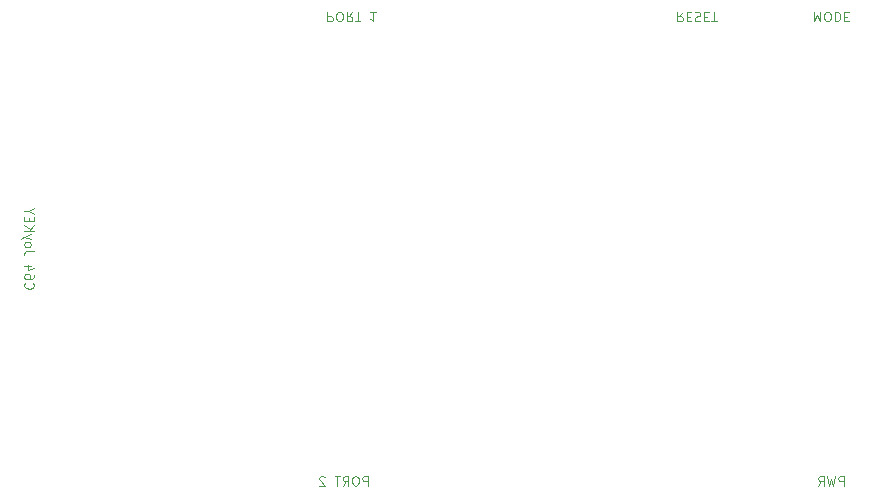
<source format=gbo>
%TF.GenerationSoftware,KiCad,Pcbnew,(5.1.8)-1*%
%TF.CreationDate,2021-02-05T23:43:27+01:00*%
%TF.ProjectId,C64 Joystick Adapter,43363420-4a6f-4797-9374-69636b204164,rev?*%
%TF.SameCoordinates,Original*%
%TF.FileFunction,Legend,Bot*%
%TF.FilePolarity,Positive*%
%FSLAX46Y46*%
G04 Gerber Fmt 4.6, Leading zero omitted, Abs format (unit mm)*
G04 Created by KiCad (PCBNEW (5.1.8)-1) date 2021-02-05 23:43:27*
%MOMM*%
%LPD*%
G01*
G04 APERTURE LIST*
%ADD10C,0.100000*%
G04 APERTURE END LIST*
D10*
X96234285Y-94970238D02*
X96196190Y-95008333D01*
X96158095Y-95122619D01*
X96158095Y-95198809D01*
X96196190Y-95313095D01*
X96272380Y-95389285D01*
X96348571Y-95427380D01*
X96500952Y-95465476D01*
X96615238Y-95465476D01*
X96767619Y-95427380D01*
X96843809Y-95389285D01*
X96920000Y-95313095D01*
X96958095Y-95198809D01*
X96958095Y-95122619D01*
X96920000Y-95008333D01*
X96881904Y-94970238D01*
X96958095Y-94284523D02*
X96958095Y-94436904D01*
X96920000Y-94513095D01*
X96881904Y-94551190D01*
X96767619Y-94627380D01*
X96615238Y-94665476D01*
X96310476Y-94665476D01*
X96234285Y-94627380D01*
X96196190Y-94589285D01*
X96158095Y-94513095D01*
X96158095Y-94360714D01*
X96196190Y-94284523D01*
X96234285Y-94246428D01*
X96310476Y-94208333D01*
X96500952Y-94208333D01*
X96577142Y-94246428D01*
X96615238Y-94284523D01*
X96653333Y-94360714D01*
X96653333Y-94513095D01*
X96615238Y-94589285D01*
X96577142Y-94627380D01*
X96500952Y-94665476D01*
X96691428Y-93522619D02*
X96158095Y-93522619D01*
X96996190Y-93713095D02*
X96424761Y-93903571D01*
X96424761Y-93408333D01*
X96958095Y-92265476D02*
X96386666Y-92265476D01*
X96272380Y-92303571D01*
X96196190Y-92379761D01*
X96158095Y-92494047D01*
X96158095Y-92570238D01*
X96158095Y-91770238D02*
X96196190Y-91846428D01*
X96234285Y-91884523D01*
X96310476Y-91922619D01*
X96539047Y-91922619D01*
X96615238Y-91884523D01*
X96653333Y-91846428D01*
X96691428Y-91770238D01*
X96691428Y-91655952D01*
X96653333Y-91579761D01*
X96615238Y-91541666D01*
X96539047Y-91503571D01*
X96310476Y-91503571D01*
X96234285Y-91541666D01*
X96196190Y-91579761D01*
X96158095Y-91655952D01*
X96158095Y-91770238D01*
X96691428Y-91236904D02*
X96158095Y-91046428D01*
X96691428Y-90855952D02*
X96158095Y-91046428D01*
X95967619Y-91122619D01*
X95929523Y-91160714D01*
X95891428Y-91236904D01*
X96158095Y-90551190D02*
X96958095Y-90551190D01*
X96158095Y-90094047D02*
X96615238Y-90436904D01*
X96958095Y-90094047D02*
X96500952Y-90551190D01*
X96577142Y-89751190D02*
X96577142Y-89484523D01*
X96158095Y-89370238D02*
X96158095Y-89751190D01*
X96958095Y-89751190D01*
X96958095Y-89370238D01*
X96539047Y-88875000D02*
X96158095Y-88875000D01*
X96958095Y-89141666D02*
X96539047Y-88875000D01*
X96958095Y-88608333D01*
X165531666Y-112121904D02*
X165531666Y-111321904D01*
X165226904Y-111321904D01*
X165150714Y-111360000D01*
X165112619Y-111398095D01*
X165074523Y-111474285D01*
X165074523Y-111588571D01*
X165112619Y-111664761D01*
X165150714Y-111702857D01*
X165226904Y-111740952D01*
X165531666Y-111740952D01*
X164807857Y-111321904D02*
X164617380Y-112121904D01*
X164465000Y-111550476D01*
X164312619Y-112121904D01*
X164122142Y-111321904D01*
X163360238Y-112121904D02*
X163626904Y-111740952D01*
X163817380Y-112121904D02*
X163817380Y-111321904D01*
X163512619Y-111321904D01*
X163436428Y-111360000D01*
X163398333Y-111398095D01*
X163360238Y-111474285D01*
X163360238Y-111588571D01*
X163398333Y-111664761D01*
X163436428Y-111702857D01*
X163512619Y-111740952D01*
X163817380Y-111740952D01*
X125209047Y-112121904D02*
X125209047Y-111321904D01*
X124904285Y-111321904D01*
X124828095Y-111360000D01*
X124790000Y-111398095D01*
X124751904Y-111474285D01*
X124751904Y-111588571D01*
X124790000Y-111664761D01*
X124828095Y-111702857D01*
X124904285Y-111740952D01*
X125209047Y-111740952D01*
X124256666Y-111321904D02*
X124104285Y-111321904D01*
X124028095Y-111360000D01*
X123951904Y-111436190D01*
X123913809Y-111588571D01*
X123913809Y-111855238D01*
X123951904Y-112007619D01*
X124028095Y-112083809D01*
X124104285Y-112121904D01*
X124256666Y-112121904D01*
X124332857Y-112083809D01*
X124409047Y-112007619D01*
X124447142Y-111855238D01*
X124447142Y-111588571D01*
X124409047Y-111436190D01*
X124332857Y-111360000D01*
X124256666Y-111321904D01*
X123113809Y-112121904D02*
X123380476Y-111740952D01*
X123570952Y-112121904D02*
X123570952Y-111321904D01*
X123266190Y-111321904D01*
X123190000Y-111360000D01*
X123151904Y-111398095D01*
X123113809Y-111474285D01*
X123113809Y-111588571D01*
X123151904Y-111664761D01*
X123190000Y-111702857D01*
X123266190Y-111740952D01*
X123570952Y-111740952D01*
X122885238Y-111321904D02*
X122428095Y-111321904D01*
X122656666Y-112121904D02*
X122656666Y-111321904D01*
X121590000Y-111398095D02*
X121551904Y-111360000D01*
X121475714Y-111321904D01*
X121285238Y-111321904D01*
X121209047Y-111360000D01*
X121170952Y-111398095D01*
X121132857Y-111474285D01*
X121132857Y-111550476D01*
X121170952Y-111664761D01*
X121628095Y-112121904D01*
X121132857Y-112121904D01*
X121805952Y-72028095D02*
X121805952Y-72828095D01*
X122110714Y-72828095D01*
X122186904Y-72790000D01*
X122225000Y-72751904D01*
X122263095Y-72675714D01*
X122263095Y-72561428D01*
X122225000Y-72485238D01*
X122186904Y-72447142D01*
X122110714Y-72409047D01*
X121805952Y-72409047D01*
X122758333Y-72828095D02*
X122910714Y-72828095D01*
X122986904Y-72790000D01*
X123063095Y-72713809D01*
X123101190Y-72561428D01*
X123101190Y-72294761D01*
X123063095Y-72142380D01*
X122986904Y-72066190D01*
X122910714Y-72028095D01*
X122758333Y-72028095D01*
X122682142Y-72066190D01*
X122605952Y-72142380D01*
X122567857Y-72294761D01*
X122567857Y-72561428D01*
X122605952Y-72713809D01*
X122682142Y-72790000D01*
X122758333Y-72828095D01*
X123901190Y-72028095D02*
X123634523Y-72409047D01*
X123444047Y-72028095D02*
X123444047Y-72828095D01*
X123748809Y-72828095D01*
X123825000Y-72790000D01*
X123863095Y-72751904D01*
X123901190Y-72675714D01*
X123901190Y-72561428D01*
X123863095Y-72485238D01*
X123825000Y-72447142D01*
X123748809Y-72409047D01*
X123444047Y-72409047D01*
X124129761Y-72828095D02*
X124586904Y-72828095D01*
X124358333Y-72028095D02*
X124358333Y-72828095D01*
X125882142Y-72028095D02*
X125425000Y-72028095D01*
X125653571Y-72028095D02*
X125653571Y-72828095D01*
X125577380Y-72713809D01*
X125501190Y-72637619D01*
X125425000Y-72599523D01*
X163017380Y-72028095D02*
X163017380Y-72828095D01*
X163284047Y-72256666D01*
X163550714Y-72828095D01*
X163550714Y-72028095D01*
X164084047Y-72828095D02*
X164236428Y-72828095D01*
X164312619Y-72790000D01*
X164388809Y-72713809D01*
X164426904Y-72561428D01*
X164426904Y-72294761D01*
X164388809Y-72142380D01*
X164312619Y-72066190D01*
X164236428Y-72028095D01*
X164084047Y-72028095D01*
X164007857Y-72066190D01*
X163931666Y-72142380D01*
X163893571Y-72294761D01*
X163893571Y-72561428D01*
X163931666Y-72713809D01*
X164007857Y-72790000D01*
X164084047Y-72828095D01*
X164769761Y-72028095D02*
X164769761Y-72828095D01*
X164960238Y-72828095D01*
X165074523Y-72790000D01*
X165150714Y-72713809D01*
X165188809Y-72637619D01*
X165226904Y-72485238D01*
X165226904Y-72370952D01*
X165188809Y-72218571D01*
X165150714Y-72142380D01*
X165074523Y-72066190D01*
X164960238Y-72028095D01*
X164769761Y-72028095D01*
X165569761Y-72447142D02*
X165836428Y-72447142D01*
X165950714Y-72028095D02*
X165569761Y-72028095D01*
X165569761Y-72828095D01*
X165950714Y-72828095D01*
X151873095Y-72028095D02*
X151606428Y-72409047D01*
X151415952Y-72028095D02*
X151415952Y-72828095D01*
X151720714Y-72828095D01*
X151796904Y-72790000D01*
X151835000Y-72751904D01*
X151873095Y-72675714D01*
X151873095Y-72561428D01*
X151835000Y-72485238D01*
X151796904Y-72447142D01*
X151720714Y-72409047D01*
X151415952Y-72409047D01*
X152215952Y-72447142D02*
X152482619Y-72447142D01*
X152596904Y-72028095D02*
X152215952Y-72028095D01*
X152215952Y-72828095D01*
X152596904Y-72828095D01*
X152901666Y-72066190D02*
X153015952Y-72028095D01*
X153206428Y-72028095D01*
X153282619Y-72066190D01*
X153320714Y-72104285D01*
X153358809Y-72180476D01*
X153358809Y-72256666D01*
X153320714Y-72332857D01*
X153282619Y-72370952D01*
X153206428Y-72409047D01*
X153054047Y-72447142D01*
X152977857Y-72485238D01*
X152939761Y-72523333D01*
X152901666Y-72599523D01*
X152901666Y-72675714D01*
X152939761Y-72751904D01*
X152977857Y-72790000D01*
X153054047Y-72828095D01*
X153244523Y-72828095D01*
X153358809Y-72790000D01*
X153701666Y-72447142D02*
X153968333Y-72447142D01*
X154082619Y-72028095D02*
X153701666Y-72028095D01*
X153701666Y-72828095D01*
X154082619Y-72828095D01*
X154311190Y-72828095D02*
X154768333Y-72828095D01*
X154539761Y-72028095D02*
X154539761Y-72828095D01*
M02*

</source>
